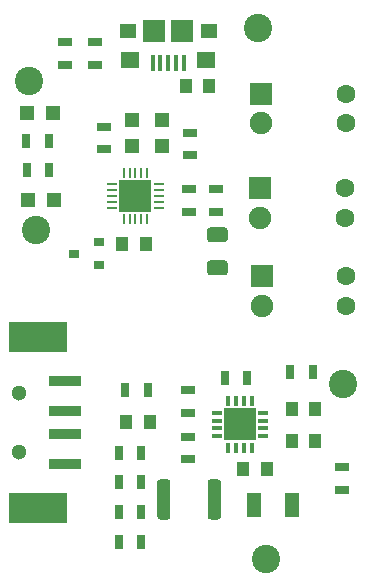
<source format=gbr>
%TF.GenerationSoftware,KiCad,Pcbnew,(5.1.9-0-10_14)*%
%TF.CreationDate,2021-03-09T11:41:36-05:00*%
%TF.ProjectId,Antoinette_PowerBank,416e746f-696e-4657-9474-655f506f7765,rev?*%
%TF.SameCoordinates,Original*%
%TF.FileFunction,Soldermask,Top*%
%TF.FilePolarity,Negative*%
%FSLAX46Y46*%
G04 Gerber Fmt 4.6, Leading zero omitted, Abs format (unit mm)*
G04 Created by KiCad (PCBNEW (5.1.9-0-10_14)) date 2021-03-09 11:41:36*
%MOMM*%
%LPD*%
G01*
G04 APERTURE LIST*
%ADD10R,0.700000X1.300000*%
%ADD11C,2.400000*%
%ADD12R,2.700000X2.700000*%
%ADD13R,0.260000X0.810000*%
%ADD14R,0.810000X0.260000*%
%ADD15R,1.300000X0.700000*%
%ADD16R,0.340000X0.810000*%
%ADD17R,0.810000X0.340000*%
%ADD18R,1.000000X1.250000*%
%ADD19R,1.200000X1.200000*%
%ADD20R,1.900000X1.900000*%
%ADD21R,1.450000X1.300000*%
%ADD22R,1.600000X1.400000*%
%ADD23R,0.400000X1.350000*%
%ADD24R,5.000000X2.500000*%
%ADD25R,2.800000X0.900000*%
%ADD26C,1.300000*%
%ADD27R,0.900000X0.800000*%
%ADD28R,1.200000X2.000000*%
%ADD29C,1.900000*%
%ADD30C,1.600000*%
G04 APERTURE END LIST*
D10*
%TO.C,R15*%
X74165500Y-43116500D03*
X72265500Y-43116500D03*
%TD*%
%TO.C,R14*%
X82484000Y-61785500D03*
X80584000Y-61785500D03*
%TD*%
%TO.C,R6*%
X94554000Y-60261500D03*
X96454000Y-60261500D03*
%TD*%
D11*
%TO.C,TP1*%
X91821000Y-31115000D03*
%TD*%
D12*
%TO.C,U2*%
X81453799Y-45364400D03*
D13*
X82453799Y-47319400D03*
X81953799Y-47319400D03*
X81453799Y-47319400D03*
X80953799Y-47319400D03*
X80453799Y-47319400D03*
D14*
X79498799Y-46364400D03*
X79498799Y-45864400D03*
X79498799Y-45364400D03*
X79498799Y-44864400D03*
X79498799Y-44364400D03*
D13*
X80453799Y-43409400D03*
X80953799Y-43409400D03*
X81453799Y-43409400D03*
X81953799Y-43409400D03*
X82453799Y-43409400D03*
D14*
X83408799Y-44364400D03*
X83408799Y-44864400D03*
X83408799Y-45364400D03*
X83408799Y-45864400D03*
X83408799Y-46364400D03*
%TD*%
D15*
%TO.C,R11*%
X86080600Y-40010000D03*
X86080600Y-41910000D03*
%TD*%
%TO.C,R5*%
X78041500Y-34224000D03*
X78041500Y-32324000D03*
%TD*%
D16*
%TO.C,U3*%
X89334700Y-66648800D03*
X89984700Y-66648800D03*
X90634700Y-66648800D03*
X91284700Y-66648800D03*
D17*
X92264700Y-65668800D03*
X92264700Y-65018800D03*
X92264700Y-64368800D03*
X92264700Y-63718800D03*
D16*
X91284700Y-62738800D03*
X90634700Y-62738800D03*
X89984700Y-62738800D03*
X89334700Y-62738800D03*
D17*
X88354700Y-63718800D03*
X88354700Y-64368800D03*
X88354700Y-65018800D03*
X88354700Y-65668800D03*
D12*
X90309700Y-64693800D03*
%TD*%
D18*
%TO.C,C1*%
X82661000Y-64516000D03*
X80661000Y-64516000D03*
%TD*%
%TO.C,C2*%
X85715600Y-36042600D03*
X87715600Y-36042600D03*
%TD*%
%TO.C,C3*%
X80343500Y-49403000D03*
X82343500Y-49403000D03*
%TD*%
%TO.C,C4*%
X94694500Y-66065400D03*
X96694500Y-66065400D03*
%TD*%
%TO.C,C5*%
X96694500Y-63423800D03*
X94694500Y-63423800D03*
%TD*%
%TO.C,C6*%
X90579700Y-68503800D03*
X92579700Y-68503800D03*
%TD*%
D19*
%TO.C,D1*%
X81203800Y-41130400D03*
X81203800Y-38930400D03*
%TD*%
%TO.C,D2*%
X83693000Y-38912800D03*
X83693000Y-41112800D03*
%TD*%
%TO.C,D3*%
X74569500Y-45720000D03*
X72369500Y-45720000D03*
%TD*%
%TO.C,D4*%
X74506000Y-38290500D03*
X72306000Y-38290500D03*
%TD*%
%TO.C,F1*%
G36*
G01*
X87767000Y-48013000D02*
X89017000Y-48013000D01*
G75*
G02*
X89267000Y-48263000I0J-250000D01*
G01*
X89267000Y-49013000D01*
G75*
G02*
X89017000Y-49263000I-250000J0D01*
G01*
X87767000Y-49263000D01*
G75*
G02*
X87517000Y-49013000I0J250000D01*
G01*
X87517000Y-48263000D01*
G75*
G02*
X87767000Y-48013000I250000J0D01*
G01*
G37*
G36*
G01*
X87767000Y-50813000D02*
X89017000Y-50813000D01*
G75*
G02*
X89267000Y-51063000I0J-250000D01*
G01*
X89267000Y-51813000D01*
G75*
G02*
X89017000Y-52063000I-250000J0D01*
G01*
X87767000Y-52063000D01*
G75*
G02*
X87517000Y-51813000I0J250000D01*
G01*
X87517000Y-51063000D01*
G75*
G02*
X87767000Y-50813000I250000J0D01*
G01*
G37*
%TD*%
D20*
%TO.C,J2*%
X83026400Y-31419800D03*
X85426400Y-31419800D03*
D21*
X87651400Y-31419800D03*
X80801400Y-31419800D03*
D22*
X81026400Y-33869800D03*
X87426400Y-33869800D03*
D23*
X82926400Y-34094800D03*
X83576400Y-34094800D03*
X84226400Y-34094800D03*
X84876400Y-34094800D03*
X85526400Y-34094800D03*
%TD*%
D24*
%TO.C,J4*%
X73228000Y-71766000D03*
X73228000Y-57266000D03*
D25*
X75478000Y-65516000D03*
X75478000Y-61016000D03*
X75478000Y-63516000D03*
X75478000Y-68016000D03*
D26*
X71628000Y-67016000D03*
X71628000Y-62016000D03*
%TD*%
D27*
%TO.C,Q1*%
X78329500Y-51178500D03*
X78329500Y-49278500D03*
X76229500Y-50228500D03*
%TD*%
D10*
%TO.C,R1*%
X81963300Y-72110600D03*
X80063300Y-72110600D03*
%TD*%
%TO.C,R2*%
X81963300Y-74650600D03*
X80063300Y-74650600D03*
%TD*%
D15*
%TO.C,R3*%
X86029800Y-44770000D03*
X86029800Y-46670000D03*
%TD*%
%TO.C,R4*%
X88315800Y-46685200D03*
X88315800Y-44785200D03*
%TD*%
D10*
%TO.C,R7*%
X89029500Y-60756800D03*
X90929500Y-60756800D03*
%TD*%
D15*
%TO.C,R8*%
X78836520Y-41391880D03*
X78836520Y-39491880D03*
%TD*%
%TO.C,R9*%
X75501500Y-32324000D03*
X75501500Y-34224000D03*
%TD*%
%TO.C,R10*%
X98933000Y-70228500D03*
X98933000Y-68328500D03*
%TD*%
%TO.C,R12*%
X85890100Y-65740200D03*
X85890100Y-67640200D03*
%TD*%
%TO.C,R13*%
X85890100Y-63713400D03*
X85890100Y-61813400D03*
%TD*%
D10*
%TO.C,R16*%
X72202000Y-40703500D03*
X74102000Y-40703500D03*
%TD*%
%TO.C,R17*%
X81948100Y-67081400D03*
X80048100Y-67081400D03*
%TD*%
%TO.C,R18*%
X81963300Y-69570600D03*
X80063300Y-69570600D03*
%TD*%
D11*
%TO.C,TP2*%
X72453500Y-35623500D03*
%TD*%
%TO.C,TP3*%
X92519500Y-76073000D03*
%TD*%
%TO.C,TP4*%
X99060000Y-61277500D03*
%TD*%
%TO.C,TP5*%
X73025000Y-48260000D03*
%TD*%
%TO.C,C7*%
G36*
G01*
X84420600Y-69593799D02*
X84420600Y-72493801D01*
G75*
G02*
X84170601Y-72743800I-249999J0D01*
G01*
X83545599Y-72743800D01*
G75*
G02*
X83295600Y-72493801I0J249999D01*
G01*
X83295600Y-69593799D01*
G75*
G02*
X83545599Y-69343800I249999J0D01*
G01*
X84170601Y-69343800D01*
G75*
G02*
X84420600Y-69593799I0J-249999D01*
G01*
G37*
G36*
G01*
X88695600Y-69593799D02*
X88695600Y-72493801D01*
G75*
G02*
X88445601Y-72743800I-249999J0D01*
G01*
X87820599Y-72743800D01*
G75*
G02*
X87570600Y-72493801I0J249999D01*
G01*
X87570600Y-69593799D01*
G75*
G02*
X87820599Y-69343800I249999J0D01*
G01*
X88445601Y-69343800D01*
G75*
G02*
X88695600Y-69593799I0J-249999D01*
G01*
G37*
%TD*%
D28*
%TO.C,L1*%
X94678500Y-71501000D03*
X91478500Y-71501000D03*
%TD*%
D20*
%TO.C,J1*%
X92125800Y-36677600D03*
D29*
X92125800Y-39177600D03*
D30*
X99305800Y-36677600D03*
X99305800Y-39177600D03*
%TD*%
D20*
%TO.C,J3*%
X91998800Y-44678600D03*
D29*
X91998800Y-47178600D03*
D30*
X99178800Y-44678600D03*
X99178800Y-47178600D03*
%TD*%
D20*
%TO.C,J5*%
X92138500Y-52133500D03*
D29*
X92138500Y-54633500D03*
D30*
X99318500Y-52133500D03*
X99318500Y-54633500D03*
%TD*%
M02*

</source>
